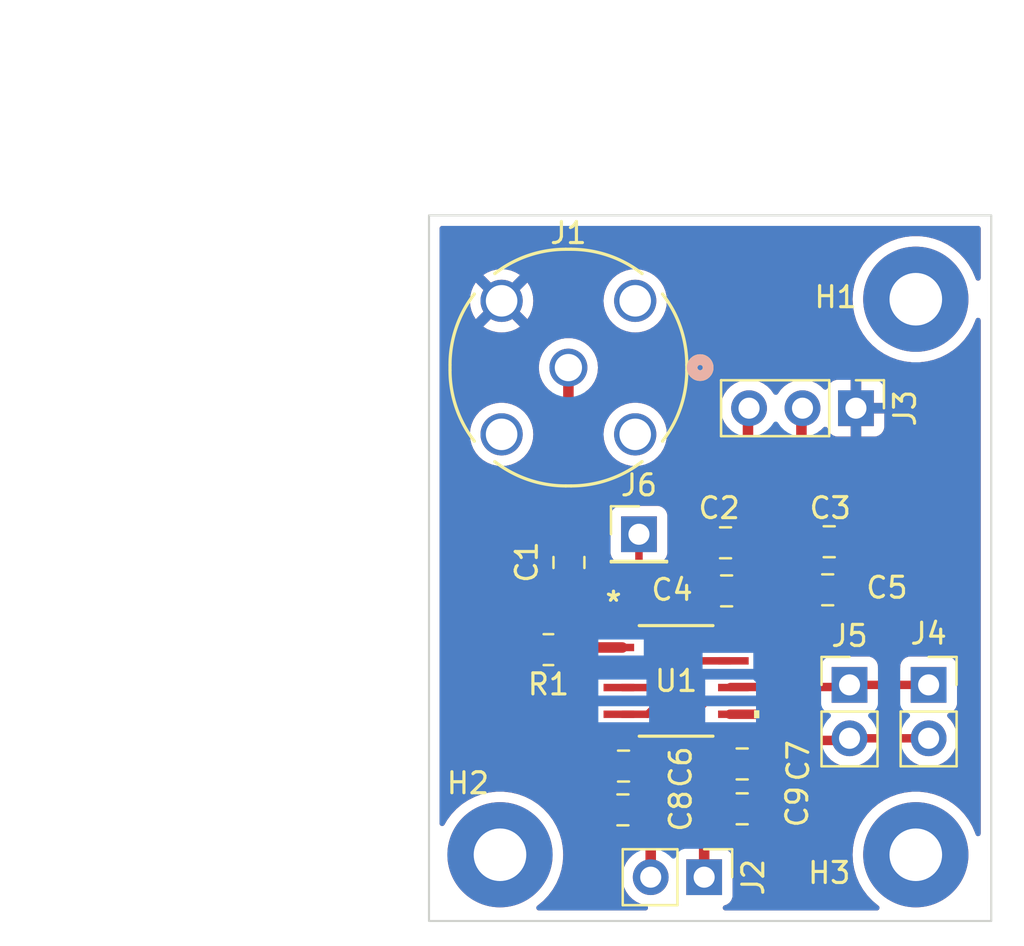
<source format=kicad_pcb>
(kicad_pcb (version 20240108) (generator "pcbnew") (generator_version "8.0")
  (layers (0 "F.Cu" signal) (31 "B.Cu" signal) (34 "B.Paste" user) (35 "F.Paste" user) (36 "B.SilkS" user "B.Silkscreen") (37 "F.SilkS" user "F.Silkscreen") (38 "B.Mask" user) (39 "F.Mask" user) (44 "Edge.Cuts" user))
  (net 0 "")
  (net 1 "Net-(J1-In)")
  (net 2 "Net-(U1-INA+)")
  (net 3 "GND")
  (net 4 "+5V")
  (net 5 "-5V")
  (net 11 "/coil start")
  (net 12 "/coil end")
  (net 13 "Net-(J6-Pin_1)")
  (footprint "MountingHole:MountingHole_2.5mm_Pad" (layer "F.Cu") (at 179.6796 100.0252)
    (property "Reference" "H3" (at -4.1148 0.8636 0) (layer "F.SilkS"))
    (property "Value" "MountingHole")
    (pad "1" thru_hole circle (at 0 0) (size 5 5) (drill 2.5) (layers "*.Cu" "*.Mask"))
  )
  (footprint "Capacitor_SMD:C_0805_2012Metric_Pad1.18x1.45mm_HandSolder" (layer "F.Cu") (at 175.4925 87.4268 180)
    (property "Reference" "C5" (at -2.8155 0.1016 180) (layer "F.SilkS"))
    (property "Value" "0.1uF")
    (fp_line (start -0.261252 0.735) (end 0.261252 0.735) (stroke (width 0.12)) (layer "F.SilkS"))
    (fp_line (start -0.261252 -0.735) (end 0.261252 -0.735) (stroke (width 0.12)) (layer "F.SilkS"))
    (pad "1" smd roundrect (at -1.0375 0 180) (size 1.175 1.45) (layers "F.Cu" "F.Paste" "F.Mask") (roundrect_rratio 0.212766) (net 3 "GND"))
    (pad "2" smd roundrect (at 1.0375 0 180) (size 1.175 1.45) (layers "F.Cu" "F.Paste" "F.Mask") (roundrect_rratio 0.212766) (net 5 "-5V"))
  )
  (footprint "Capacitor_SMD:C_0805_2012Metric_Pad1.18x1.45mm_HandSolder" (layer "F.Cu") (at 165.7897 95.8088)
    (property "Reference" "C6" (at 2.7139 0.0508 90) (layer "F.SilkS"))
    (property "Value" "0.1uF")
    (fp_line (start -0.261252 -0.735) (end 0.261252 -0.735) (stroke (width 0.12)) (layer "F.SilkS"))
    (fp_line (start -0.261252 0.735) (end 0.261252 0.735) (stroke (width 0.12)) (layer "F.SilkS"))
    (pad "1" smd roundrect (at -1.0375 0) (size 1.175 1.45) (layers "F.Cu" "F.Paste" "F.Mask") (roundrect_rratio 0.212766) (net 3 "GND"))
    (pad "2" smd roundrect (at 1.0375 0) (size 1.175 1.45) (layers "F.Cu" "F.Paste" "F.Mask") (roundrect_rratio 0.212766) (net 4 "+5V"))
  )
  (footprint "Capacitor_SMD:C_0805_2012Metric_Pad1.18x1.45mm_HandSolder" (layer "F.Cu") (at 163.195 86.1275 -90)
    (property "Reference" "C1" (at -0.0215 2.0066 90) (layer "F.SilkS"))
    (property "Value" "4 nF")
    (fp_line (start -0.261252 0.735) (end 0.261252 0.735) (stroke (width 0.12)) (layer "F.SilkS"))
    (fp_line (start -0.261252 -0.735) (end 0.261252 -0.735) (stroke (width 0.12)) (layer "F.SilkS"))
    (pad "1" smd roundrect (at -1.0375 0 270) (size 1.175 1.45) (layers "F.Cu" "F.Paste" "F.Mask") (roundrect_rratio 0.212766) (net 1 "Net-(J1-In)"))
    (pad "2" smd roundrect (at 1.0375 0 270) (size 1.175 1.45) (layers "F.Cu" "F.Paste" "F.Mask") (roundrect_rratio 0.212766) (net 2 "Net-(U1-INA+)"))
  )
  (footprint "Connector_PinHeader_2.54mm:PinHeader_1x03_P2.54mm_Vertical" (layer "F.Cu") (at 176.8348 78.7908 -90)
    (property "Reference" "J3" (at 0 -2.33 90) (layer "F.SilkS"))
    (property "Value" "Conn_01x03")
    (fp_line (start -1.33 6.41) (end 1.33 6.41) (stroke (width 0.12)) (layer "F.SilkS"))
    (fp_line (start -1.33 1.27) (end -1.33 6.41) (stroke (width 0.12)) (layer "F.SilkS"))
    (fp_line (start -1.33 1.27) (end 1.33 1.27) (stroke (width 0.12)) (layer "F.SilkS"))
    (fp_line (start 1.33 1.27) (end 1.33 6.41) (stroke (width 0.12)) (layer "F.SilkS"))
    (fp_line (start -1.33 0) (end -1.33 -1.33) (stroke (width 0.12)) (layer "F.SilkS"))
    (fp_line (start -1.33 -1.33) (end 0 -1.33) (stroke (width 0.12)) (layer "F.SilkS"))
    (pad "1" thru_hole rect (at 0 0 270) (size 1.7 1.7) (drill 1) (layers "*.Cu" "*.Mask") (net 3 "GND"))
    (pad "2" thru_hole oval (at 0 2.54 270) (size 1.7 1.7) (drill 1) (layers "*.Cu" "*.Mask") (net 5 "-5V"))
    (pad "3" thru_hole oval (at 0 5.08 270) (size 1.7 1.7) (drill 1) (layers "*.Cu" "*.Mask") (net 4 "+5V"))
  )
  (footprint "Connector_PinHeader_2.54mm:PinHeader_1x02_P2.54mm_Vertical" (layer "F.Cu") (at 176.53 91.948)
    (property "Reference" "J5" (at 0 -2.33 0) (layer "F.SilkS"))
    (property "Value" "Conn_01x02")
    (fp_line (start -1.33 -1.33) (end 0 -1.33) (stroke (width 0.12)) (layer "F.SilkS"))
    (fp_line (start -1.33 0) (end -1.33 -1.33) (stroke (width 0.12)) (layer "F.SilkS"))
    (fp_line (start -1.33 1.27) (end -1.33 3.87) (stroke (width 0.12)) (layer "F.SilkS"))
    (fp_line (start -1.33 1.27) (end 1.33 1.27) (stroke (width 0.12)) (layer "F.SilkS"))
    (fp_line (start -1.33 3.87) (end 1.33 3.87) (stroke (width 0.12)) (layer "F.SilkS"))
    (fp_line (start 1.33 1.27) (end 1.33 3.87) (stroke (width 0.12)) (layer "F.SilkS"))
    (pad "1" thru_hole rect (at 0 0) (size 1.7 1.7) (drill 1) (layers "*.Cu" "*.Mask") (net 11 "/coil start"))
    (pad "2" thru_hole oval (at 0 2.54) (size 1.7 1.7) (drill 1) (layers "*.Cu" "*.Mask") (net 12 "/coil end"))
  )
  (footprint "Connector_PinHeader_2.54mm:PinHeader_1x02_P2.54mm_Vertical" (layer "F.Cu") (at 169.6212 101.092 -90)
    (property "Reference" "J2" (at 0 -2.33 90) (layer "F.SilkS"))
    (property "Value" "Conn_01x02")
    (fp_line (start -1.33 3.87) (end 1.33 3.87) (stroke (width 0.12)) (layer "F.SilkS"))
    (fp_line (start -1.33 1.27) (end -1.33 3.87) (stroke (width 0.12)) (layer "F.SilkS"))
    (fp_line (start -1.33 1.27) (end 1.33 1.27) (stroke (width 0.12)) (layer "F.SilkS"))
    (fp_line (start 1.33 1.27) (end 1.33 3.87) (stroke (width 0.12)) (layer "F.SilkS"))
    (fp_line (start -1.33 0) (end -1.33 -1.33) (stroke (width 0.12)) (layer "F.SilkS"))
    (fp_line (start -1.33 -1.33) (end 0 -1.33) (stroke (width 0.12)) (layer "F.SilkS"))
    (pad "1" thru_hole rect (at 0 0 270) (size 1.7 1.7) (drill 1) (layers "*.Cu" "*.Mask") (net 5 "-5V"))
    (pad "2" thru_hole oval (at 0 2.54 270) (size 1.7 1.7) (drill 1) (layers "*.Cu" "*.Mask") (net 4 "+5V"))
  )
  (footprint "Capacitor_SMD:C_0805_2012Metric_Pad1.18x1.45mm_HandSolder" (layer "F.Cu") (at 171.4285 95.7072 180)
    (property "Reference" "C7" (at -2.6631 0.1524 -90) (layer "F.SilkS"))
    (property "Value" "0.1uF")
    (fp_line (start -0.261252 0.735) (end 0.261252 0.735) (stroke (width 0.12)) (layer "F.SilkS"))
    (fp_line (start -0.261252 -0.735) (end 0.261252 -0.735) (stroke (width 0.12)) (layer "F.SilkS"))
    (pad "1" smd roundrect (at -1.0375 0 180) (size 1.175 1.45) (layers "F.Cu" "F.Paste" "F.Mask") (roundrect_rratio 0.212766) (net 3 "GND"))
    (pad "2" smd roundrect (at 1.0375 0 180) (size 1.175 1.45) (layers "F.Cu" "F.Paste" "F.Mask") (roundrect_rratio 0.212766) (net 5 "-5V"))
  )
  (footprint "Opa3962:DBQ16" (layer "F.Cu") (at 168.2877 91.7575)
    (property "Reference" "U1" (at 0 0 0) (layer "F.SilkS"))
    (property "Value" "OPA3692IDBQR")
    (fp_line (start -1.752497 2.6289) (end 1.752497 2.6289) (stroke (width 0.1524)) (layer "F.SilkS"))
    (fp_line (start 1.752497 -2.6289) (end -1.752497 -2.6289) (stroke (width 0.1524)) (layer "F.SilkS"))
    (fp_poly (pts (xy 3.956799 1.397) (xy 3.956799 1.778) (xy 3.702799 1.778) (xy 3.702799 1.397)) (fill solid) (layer "F.SilkS"))
    (fp_text user "*" (at -2.97535 -3.7203 0) (layer "F.SilkS"))
    (fp_text user "*" (at -2.97535 -3.7203 0) (layer "F.SilkS"))
    (pad "1" smd rect (at -2.721348 -2.2225) (size 1.454899 0.3548) (layers "F.Cu" "F.Paste" "F.Mask"))
    (pad "2" smd rect (at -2.721348 -1.5875) (size 1.454899 0.3548) (layers "F.Cu" "F.Paste" "F.Mask") (net 2 "Net-(U1-INA+)"))
    (pad "3" smd rect (at -2.721348 -0.9525) (size 1.454899 0.3548) (layers "F.Cu" "F.Paste" "F.Mask"))
    (pad "4" smd rect (at -2.721348 -0.3175) (size 1.454899 0.3548) (layers "F.Cu" "F.Paste" "F.Mask"))
    (pad "5" smd rect (at -2.721348 0.3175) (size 1.454899 0.3548) (layers "F.Cu" "F.Paste" "F.Mask") (net 13 "Net-(J6-Pin_1)"))
    (pad "6" smd rect (at -2.721348 0.9525) (size 1.454899 0.3548) (layers "F.Cu" "F.Paste" "F.Mask"))
    (pad "7" smd rect (at -2.721348 1.5875) (size 1.454899 0.3548) (layers "F.Cu" "F.Paste" "F.Mask") (net 13 "Net-(J6-Pin_1)"))
    (pad "8" smd rect (at -2.721348 2.2225) (size 1.454899 0.3548) (layers "F.Cu" "F.Paste" "F.Mask") (net 3 "GND"))
    (pad "9" smd rect (at 2.721348 2.2225) (size 1.454899 0.3548) (layers "F.Cu" "F.Paste" "F.Mask") (net 5 "-5V"))
    (pad "10" smd rect (at 2.721348 1.5875) (size 1.454899 0.3548) (layers "F.Cu" "F.Paste" "F.Mask") (net 12 "/coil end"))
    (pad "11" smd rect (at 2.721348 0.9525) (size 1.454899 0.3548) (layers "F.Cu" "F.Paste" "F.Mask") (net 4 "+5V"))
    (pad "12" smd rect (at 2.721348 0.3175) (size 1.454899 0.3548) (layers "F.Cu" "F.Paste" "F.Mask") (net 11 "/coil start"))
    (pad "13" smd rect (at 2.721348 -0.3175) (size 1.454899 0.3548) (layers "F.Cu" "F.Paste" "F.Mask") (net 5 "-5V"))
    (pad "14" smd rect (at 2.721348 -0.9525) (size 1.454899 0.3548) (layers "F.Cu" "F.Paste" "F.Mask") (net 13 "Net-(J6-Pin_1)"))
    (pad "15" smd rect (at 2.721348 -1.5875) (size 1.454899 0.3548) (layers "F.Cu" "F.Paste" "F.Mask") (net 4 "+5V"))
    (pad "16" smd rect (at 2.721348 -2.2225) (size 1.454899 0.3548) (layers "F.Cu" "F.Paste" "F.Mask"))
  )
  (footprint "Amphenol 112404:CONN_112404_AMP" (layer "F.Cu") (at 163.1696 76.8604)
    (property "Reference" "J1" (at 0 -6.4008 0) (layer "F.SilkS"))
    (property "Value" "Conn_Coaxial")
    (fp_circle (center 6.2611 0) (end 6.6421 0) (stroke (width 0.508)) (fill none) (layer "B.SilkS"))
    (fp_line (start -5.6261 -0.127) (end -5.6261 0.127) (stroke (width 0.1524)) (layer "F.SilkS"))
    (fp_line (start -0.127 5.6261) (end 0.127 5.6261) (stroke (width 0.1524)) (layer "F.SilkS"))
    (fp_line (start 0.127 -5.6261) (end -0.127 -5.6261) (stroke (width 0.1524)) (layer "F.SilkS"))
    (fp_line (start 5.6261 0.127) (end 5.6261 -0.127) (stroke (width 0.1524)) (layer "F.SilkS"))
    (fp_arc (start -5.6261 -0.126996) (mid -5.329389 -1.908925) (end -4.47127 -3.49856) (stroke (width 0.1524)) (layer "F.SilkS"))
    (fp_arc (start -4.471268 3.498563) (mid -5.329387 1.908928) (end -5.6261 0.127) (stroke (width 0.1524)) (layer "F.SilkS"))
    (fp_arc (start -3.498563 -4.471268) (mid -1.908928 -5.329387) (end -0.127 -5.6261) (stroke (width 0.1524)) (layer "F.SilkS"))
    (fp_arc (start -0.126996 5.6261) (mid -1.908925 5.329389) (end -3.49856 4.47127) (stroke (width 0.1524)) (layer "F.SilkS"))
    (fp_arc (start 0.127 -5.6261) (mid 1.908928 -5.329387) (end 3.498563 -4.471268) (stroke (width 0.1524)) (layer "F.SilkS"))
    (fp_arc (start 3.498563 4.471268) (mid 1.908928 5.329387) (end 0.127 5.6261) (stroke (width 0.1524)) (layer "F.SilkS"))
    (fp_arc (start 4.471268 -3.498563) (mid 5.329387 -1.908928) (end 5.6261 -0.127) (stroke (width 0.1524)) (layer "F.SilkS"))
    (fp_arc (start 5.6261 0.127) (mid 5.329388 1.908926) (end 4.471271 3.498559) (stroke (width 0.1524)) (layer "F.SilkS"))
    (fp_circle (center 6.2611 0) (end 6.6421 0) (stroke (width 0.508)) (fill none) (layer "F.SilkS"))
    (pad "1" thru_hole circle (at 0 0) (size 1.8034 1.8034) (drill 1.2954) (layers "*.Cu" "*.Mask") (net 1 "Net-(J1-In)"))
    (pad "2" thru_hole circle (at -3.175 -3.175) (size 2.0066 2.0066) (drill 1.4986) (layers "*.Cu" "*.Mask") (net 3 "GND"))
    (pad "3" thru_hole circle (at 3.175 -3.175) (size 2.0066 2.0066) (drill 1.4986) (layers "*.Cu" "*.Mask"))
    (pad "4" thru_hole circle (at -3.175 3.175) (size 2.0066 2.0066) (drill 1.4986) (layers "*.Cu" "*.Mask"))
    (pad "5" thru_hole circle (at 3.175 3.175) (size 2.0066 2.0066) (drill 1.4986) (layers "*.Cu" "*.Mask"))
  )
  (footprint "Capacitor_SMD:C_0805_2012Metric_Pad1.18x1.45mm_HandSolder" (layer "F.Cu") (at 170.688 87.4776)
    (property "Reference" "C4" (at -2.5908 -0.0508 360) (layer "F.SilkS"))
    (property "Value" "0.1 uF")
    (fp_line (start -0.261252 -0.735) (end 0.261252 -0.735) (stroke (width 0.12)) (layer "F.SilkS"))
    (fp_line (start -0.261252 0.735) (end 0.261252 0.735) (stroke (width 0.12)) (layer "F.SilkS"))
    (pad "1" smd roundrect (at -1.0375 0) (size 1.175 1.45) (layers "F.Cu" "F.Paste" "F.Mask") (roundrect_rratio 0.212766) (net 3 "GND"))
    (pad "2" smd roundrect (at 1.0375 0) (size 1.175 1.45) (layers "F.Cu" "F.Paste" "F.Mask") (roundrect_rratio 0.212766) (net 4 "+5V"))
  )
  (footprint "Capacitor_SMD:C_0805_2012Metric_Pad1.18x1.45mm_HandSolder" (layer "F.Cu") (at 171.4285 97.8408)
    (property "Reference" "C9" (at 2.6123 -0.1016 90) (layer "F.SilkS"))
    (property "Value" "6.8 uF")
    (fp_line (start -0.261252 -0.735) (end 0.261252 -0.735) (stroke (width 0.12)) (layer "F.SilkS"))
    (fp_line (start -0.261252 0.735) (end 0.261252 0.735) (stroke (width 0.12)) (layer "F.SilkS"))
    (pad "1" smd roundrect (at -1.0375 0) (size 1.175 1.45) (layers "F.Cu" "F.Paste" "F.Mask") (roundrect_rratio 0.212766) (net 5 "-5V"))
    (pad "2" smd roundrect (at 1.0375 0) (size 1.175 1.45) (layers "F.Cu" "F.Paste" "F.Mask") (roundrect_rratio 0.212766) (net 3 "GND"))
  )
  (footprint "Connector_PinHeader_2.54mm:PinHeader_1x01_P2.54mm_Vertical" (layer "F.Cu") (at 166.5224 84.7852)
    (property "Reference" "J6" (at 0 -2.33 0) (layer "F.SilkS"))
    (property "Value" "Conn_01x01")
    (fp_line (start -1.33 -1.33) (end 0 -1.33) (stroke (width 0.12)) (layer "F.SilkS"))
    (fp_line (start -1.33 0) (end -1.33 -1.33) (stroke (width 0.12)) (layer "F.SilkS"))
    (fp_line (start -1.33 1.27) (end -1.33 1.33) (stroke (width 0.12)) (layer "F.SilkS"))
    (fp_line (start -1.33 1.27) (end 1.33 1.27) (stroke (width 0.12)) (layer "F.SilkS"))
    (fp_line (start -1.33 1.33) (end 1.33 1.33) (stroke (width 0.12)) (layer "F.SilkS"))
    (fp_line (start 1.33 1.27) (end 1.33 1.33) (stroke (width 0.12)) (layer "F.SilkS"))
    (pad "1" thru_hole rect (at 0 0) (size 1.7 1.7) (drill 1) (layers "*.Cu" "*.Mask") (net 13 "Net-(J6-Pin_1)"))
  )
  (footprint "Capacitor_SMD:C_0805_2012Metric_Pad1.18x1.45mm_HandSolder" (layer "F.Cu") (at 175.5648 85.1408 180)
    (property "Reference" "C3" (at -0.0469 1.6002 0) (layer "F.SilkS"))
    (property "Value" "6.8 uF")
    (fp_line (start -0.261252 0.735) (end 0.261252 0.735) (stroke (width 0.12)) (layer "F.SilkS"))
    (fp_line (start -0.261252 -0.735) (end 0.261252 -0.735) (stroke (width 0.12)) (layer "F.SilkS"))
    (pad "1" smd roundrect (at -1.0375 0 180) (size 1.175 1.45) (layers "F.Cu" "F.Paste" "F.Mask") (roundrect_rratio 0.212766) (net 3 "GND"))
    (pad "2" smd roundrect (at 1.0375 0 180) (size 1.175 1.45) (layers "F.Cu" "F.Paste" "F.Mask") (roundrect_rratio 0.212766) (net 5 "-5V"))
  )
  (footprint "Capacitor_SMD:C_0805_2012Metric_Pad1.18x1.45mm_HandSolder" (layer "F.Cu") (at 165.7604 97.8916 180)
    (property "Reference" "C8" (at -2.7432 -0.0508 -90) (layer "F.SilkS"))
    (property "Value" "6.8 uF")
    (fp_line (start -0.261252 0.735) (end 0.261252 0.735) (stroke (width 0.12)) (layer "F.SilkS"))
    (fp_line (start -0.261252 -0.735) (end 0.261252 -0.735) (stroke (width 0.12)) (layer "F.SilkS"))
    (pad "1" smd roundrect (at -1.0375 0 180) (size 1.175 1.45) (layers "F.Cu" "F.Paste" "F.Mask") (roundrect_rratio 0.212766) (net 4 "+5V"))
    (pad "2" smd roundrect (at 1.0375 0 180) (size 1.175 1.45) (layers "F.Cu" "F.Paste" "F.Mask") (roundrect_rratio 0.212766) (net 3 "GND"))
  )
  (footprint "Resistor_SMD:R_0805_2012Metric_Pad1.20x1.40mm_HandSolder" (layer "F.Cu") (at 162.2204 90.2716 180)
    (property "Reference" "R1" (at 0 -1.65 0) (layer "F.SilkS"))
    (property "Value" "50 Ohm")
    (fp_line (start -0.227064 0.735) (end 0.227064 0.735) (stroke (width 0.12)) (layer "F.SilkS"))
    (fp_line (start -0.227064 -0.735) (end 0.227064 -0.735) (stroke (width 0.12)) (layer "F.SilkS"))
    (pad "1" smd roundrect (at -1 0 180) (size 1.2 1.4) (layers "F.Cu" "F.Paste" "F.Mask") (roundrect_rratio 0.208333) (net 2 "Net-(U1-INA+)"))
    (pad "2" smd roundrect (at 1 0 180) (size 1.2 1.4) (layers "F.Cu" "F.Paste" "F.Mask") (roundrect_rratio 0.208333) (net 3 "GND"))
  )
  (footprint "Connector_PinSocket_2.54mm:PinSocket_1x02_P2.54mm_Vertical" (layer "F.Cu") (at 180.2892 91.948)
    (property "Reference" "J4" (at 0 -2.4384 0) (layer "F.SilkS"))
    (property "Value" "Conn_01x02_Socket")
    (fp_line (start -1.33 1.27) (end -1.33 3.87) (stroke (width 0.12)) (layer "F.SilkS"))
    (fp_line (start -1.33 1.27) (end 1.33 1.27) (stroke (width 0.12)) (layer "F.SilkS"))
    (fp_line (start -1.33 3.87) (end 1.33 3.87) (stroke (width 0.12)) (layer "F.SilkS"))
    (fp_line (start 0 -1.33) (end 1.33 -1.33) (stroke (width 0.12)) (layer "F.SilkS"))
    (fp_line (start 1.33 -1.33) (end 1.33 0) (stroke (width 0.12)) (layer "F.SilkS"))
    (fp_line (start 1.33 1.27) (end 1.33 3.87) (stroke (width 0.12)) (layer "F.SilkS"))
    (pad "1" thru_hole rect (at 0 0) (size 1.7 1.7) (drill 1) (layers "*.Cu" "*.Mask") (net 11 "/coil start"))
    (pad "2" thru_hole oval (at 0 2.54) (size 1.7 1.7) (drill 1) (layers "*.Cu" "*.Mask") (net 12 "/coil end"))
  )
  (footprint "MountingHole:MountingHole_2.5mm_Pad" (layer "F.Cu") (at 159.9184 100.0252)
    (property "Reference" "H2" (at -1.524 -3.4036 0) (layer "F.SilkS"))
    (property "Value" "MountingHole")
    (pad "1" thru_hole circle (at 0 0) (size 5 5) (drill 2.5) (layers "*.Cu" "*.Mask"))
  )
  (footprint "MountingHole:MountingHole_2.5mm_Pad" (layer "F.Cu") (at 179.6796 73.6092)
    (property "Reference" "H1" (at -3.81 -0.1016 0) (layer "F.SilkS"))
    (property "Value" "MountingHole")
    (pad "1" thru_hole circle (at 0 0) (size 5 5) (drill 2.5) (layers "*.Cu" "*.Mask"))
  )
  (footprint "Capacitor_SMD:C_0805_2012Metric_Pad1.18x1.45mm_HandSolder" (layer "F.Cu") (at 170.6372 85.1916)
    (property "Reference" "C2" (at -0.3048 -1.651 0) (layer "F.SilkS"))
    (property "Value" "6.8 uF")
    (fp_line (start -0.261252 -0.735) (end 0.261252 -0.735) (stroke (width 0.12)) (layer "F.SilkS"))
    (fp_line (start -0.261252 0.735) (end 0.261252 0.735) (stroke (width 0.12)) (layer "F.SilkS"))
    (pad "1" smd roundrect (at -1.0375 0) (size 1.175 1.45) (layers "F.Cu" "F.Paste" "F.Mask") (roundrect_rratio 0.212766) (net 3 "GND"))
    (pad "2" smd roundrect (at 1.0375 0) (size 1.175 1.45) (layers "F.Cu" "F.Paste" "F.Mask") (roundrect_rratio 0.212766) (net 4 "+5V"))
  )
  (gr_rect (start 156.5441 69.6214) (end 183.2649 103.1748) (stroke (width 0.1)) (fill none) (layer "Edge.Cuts"))
  (segment (start 163.1696 85.0646) (end 163.1696 76.8604) (width 0.5) (layer "F.Cu") (net 1))
  (segment (start 163.195 85.09) (end 163.1696 85.0646) (width 0.25) (layer "F.Cu") (net 1))
  (segment (start 165.735 90.17) (end 163.322 90.17) (width 0.5) (layer "F.Cu") (net 2))
  (segment (start 163.322 90.17) (end 163.2204 90.2716) (width 0.25) (layer "F.Cu") (net 2))
  (segment (start 163.2204 90.2716) (end 163.2204 87.1904) (width 0.5) (layer "F.Cu") (net 2))
  (segment (start 163.2204 87.1904) (end 163.195 87.165) (width 0.25) (layer "F.Cu") (net 2))
  (segment (start 165.566352 93.98) (end 164.1856 93.98) (width 0.4) (layer "F.Cu") (net 3))
  (segment (start 166.9796 95.4763) (end 169.7459 92.71) (width 0.3556) (layer "F.Cu") (net 4))
  (segment (start 171.704 84.1795) (end 171.704 78.867) (width 0.5) (layer "F.Cu") (net 4))
  (segment (start 169.7459 92.71) (end 170.8404 92.71) (width 0.3556) (layer "F.Cu") (net 4))
  (segment (start 166.878 95.8088) (end 166.9796 95.7072) (width 0.25) (layer "F.Cu") (net 4))
  (segment (start 171.7255 84.201) (end 171.704 84.1795) (width 0.5) (layer "F.Cu") (net 4))
  (segment (start 172.466 90.17) (end 172.847 89.789) (width 0.3556) (layer "F.Cu") (net 4))
  (segment (start 170.8404 90.17) (end 172.466 90.17) (width 0.3556) (layer "F.Cu") (net 4))
  (segment (start 167.0812 101.092) (end 167.0812 97.9424) (width 0.5) (layer "F.Cu") (net 4))
  (segment (start 166.9796 95.7072) (end 166.9796 95.4763) (width 0.3556) (layer "F.Cu") (net 4))
  (segment (start 166.878 97.7392) (end 166.878 95.8088) (width 0.5) (layer "F.Cu") (net 4))
  (segment (start 172.847 88.349) (end 171.747 87.249) (width 0.3556) (layer "F.Cu") (net 4))
  (segment (start 171.7255 84.201) (end 171.7255 87.2275) (width 0.5) (layer "F.Cu") (net 4))
  (segment (start 172.847 89.789) (end 172.847 88.349) (width 0.3556) (layer "F.Cu") (net 4))
  (segment (start 174.244 84.117) (end 174.328 84.201) (width 0.5) (layer "F.Cu") (net 5))
  (segment (start 169.6212 101.092) (end 169.6212 98.4074) (width 0.5) (layer "F.Cu") (net 5))
  (segment (start 170.8404 91.44) (end 173.228 91.44) (width 0.3556) (layer "F.Cu") (net 5))
  (segment (start 169.6212 98.4074) (end 170.2386 97.79) (width 0.5) (layer "F.Cu") (net 5))
  (segment (start 170.2386 95.6564) (end 170.2386 94.5818) (width 0.3356) (layer "F.Cu") (net 5))
  (segment (start 170.2386 94.5818) (end 170.8404 93.98) (width 0.3356) (layer "F.Cu") (net 5))
  (segment (start 174.328 90.34) (end 174.328 87.249) (width 0.3556) (layer "F.Cu") (net 5))
  (segment (start 174.328 84.201) (end 174.328 87.249) (width 0.5) (layer "F.Cu") (net 5))
  (segment (start 173.228 91.44) (end 174.328 90.34) (width 0.3556) (layer "F.Cu") (net 5))
  (segment (start 170.8404 93.98) (end 171.009048 93.98) (width 0.3356) (layer "F.Cu") (net 5))
  (segment (start 174.244 78.867) (end 174.244 84.117) (width 0.5) (layer "F.Cu") (net 5))
  (segment (start 170.2386 97.79) (end 170.2386 95.6564) (width 0.5) (layer "F.Cu") (net 5))
  (segment (start 176.6316 92.0496) (end 170.8658 92.0496) (width 0.4) (layer "F.Cu") (net 11))
  (segment (start 176.53 91.948) (end 180.2892 91.948) (width 0.4) (layer "F.Cu") (net 11))
  (segment (start 173.2534 93.345) (end 174.498 94.5896) (width 0.45) (layer "F.Cu") (net 12))
  (segment (start 174.498 94.5896) (end 176.6316 94.5896) (width 0.45) (layer "F.Cu") (net 12))
  (segment (start 176.53 94.488) (end 180.2892 94.488) (width 0.4) (layer "F.Cu") (net 12))
  (segment (start 170.8404 93.345) (end 173.2534 93.345) (width 0.45) (layer "F.Cu") (net 12))
  (segment (start 170.8404 90.805) (end 168.91 90.805) (width 0.3556) (layer "F.Cu") (net 13))
  (segment (start 168.91 90.805) (end 166.5224 88.4174) (width 0.3556) (layer "F.Cu") (net 13))
  (segment (start 166.5224 88.4174) (end 166.5224 84.7852) (width 0.3556) (layer "F.Cu") (net 13))
  (segment (start 168.91 90.805) (end 167.64 92.075) (width 0.3556) (layer "F.Cu") (net 13))
  (segment (start 167.64 92.075) (end 167.64 92.6401) (width 0.3556) (layer "F.Cu") (net 13))
  (segment (start 167.64 92.6401) (end 166.9351 93.345) (width 0.3556) (layer "F.Cu") (net 13))
  (segment (start 166.9351 93.345) (end 165.735 93.345) (width 0.3556) (layer "F.Cu") (net 13))
  (segment (start 167.64 92.075) (end 165.735 92.075) (width 0.3556) (layer "F.Cu") (net 13))
  (zone (net 0) (net_name "") (layers "F&B.Cu") (connect_pads (clearance 0)) (min_thickness 0.25)
    (keepout (tracks allowed) (vias allowed) (pads allowed) (copperpour not_allowed) (footprints allowed))
    (fill (thermal_gap 0.5) (thermal_bridge_width 0.5))
    (polygon (pts (xy 169.672 91.694) (xy 171.958 91.694) (xy 172.085 91.821) (xy 172.085 92.456) (xy 169.672 92.456)))
  )
  (zone (net 0) (net_name "") (layers "F&B.Cu") (connect_pads (clearance 0)) (min_thickness 0.25)
    (keepout (tracks allowed) (vias allowed) (pads allowed) (copperpour not_allowed) (footprints allowed))
    (fill (thermal_gap 0.5) (thermal_bridge_width 0.5))
    (polygon (pts (xy 172.085 92.964) (xy 169.672 92.964) (xy 169.672 93.726) (xy 172.085 93.726)))
  )
  (zone (net 0) (net_name "") (layers "F&B.Cu") (connect_pads (clearance 0)) (min_thickness 0.25)
    (keepout (tracks allowed) (vias allowed) (pads allowed) (copperpour not_allowed) (footprints allowed))
    (fill (thermal_gap 0.5) (thermal_bridge_width 0.5))
    (polygon (pts (xy 169.545 90.424) (xy 169.545 91.186) (xy 171.958 91.186) (xy 171.958 90.424)))
  )
  (zone (net 0) (net_name "") (layers "F&B.Cu") (connect_pads (clearance 0)) (min_thickness 0.25)
    (keepout (tracks allowed) (vias allowed) (pads allowed) (copperpour not_allowed) (footprints allowed))
    (fill (thermal_gap 0.5) (thermal_bridge_width 0.5))
    (polygon (pts (xy 164.592 92.964) (xy 167.005 92.964) (xy 167.005 93.726) (xy 164.592 93.726)))
  )
  (zone (net 0) (net_name "") (layers "F&B.Cu") (connect_pads (clearance 0)) (min_thickness 0.25)
    (keepout (tracks allowed) (vias allowed) (pads allowed) (copperpour not_allowed) (footprints allowed))
    (fill (thermal_gap 0.5) (thermal_bridge_width 0.5))
    (polygon (pts (xy 164.592 89.789) (xy 166.751 89.789) (xy 166.751 90.551) (xy 164.592 90.551)))
  )
  (zone (net 3) (net_name "GND") (layers "F&B.Cu") (connect_pads (clearance 0.5)) (min_thickness 0.25) (fill yes (thermal_gap 0.5) (thermal_bridge_width 0.5))
    (polygon (pts (xy 156.6672 69.6976) (xy 156.5656 103.1748) (xy 183.0832 103.0732) (xy 183.134 69.6976)))
  )
  (zone (net 0) (net_name "") (layers "F&B.Cu") (connect_pads (clearance 0)) (min_thickness 0.25)
    (keepout (tracks allowed) (vias allowed) (pads allowed) (copperpour not_allowed) (footprints allowed))
    (fill (thermal_gap 0.5) (thermal_bridge_width 0.5))
    (polygon (pts (xy 166.878 91.694) (xy 164.592 91.694) (xy 164.592 92.456) (xy 166.878 92.456)))
  )
)
</source>
